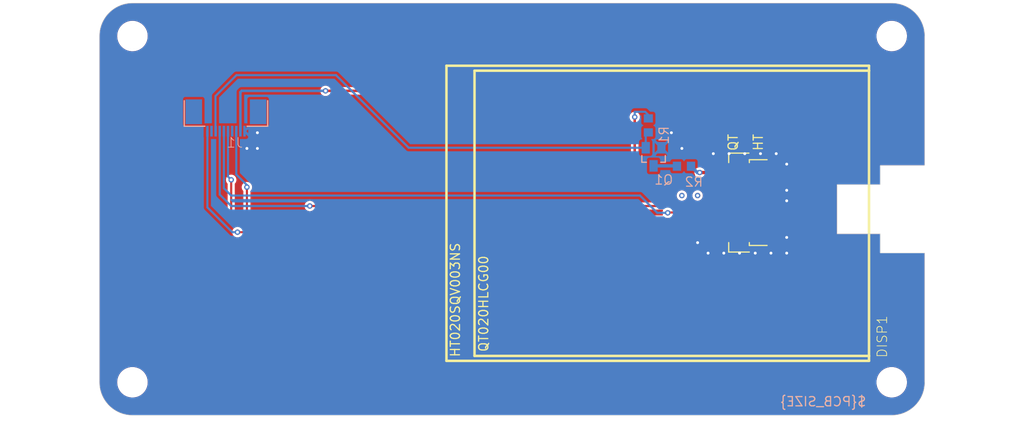
<source format=kicad_pcb>
(kicad_pcb (version 20221018) (generator pcbnew)
  (layers (0 "F.Cu" signal) (31 "B.Cu" signal) (34 "B.Paste" user) (35 "F.Paste" user) (36 "B.SilkS" user "B.Silkscreen") (37 "F.SilkS" user "F.Silkscreen") (38 "B.Mask" user) (39 "F.Mask" user) (44 "Edge.Cuts" user))
  (net 0 "")
  (net 1 "GND")
  (net 2 "LED-K")
  (net 3 "+3V3")
  (net 4 "DISPLAY_CS")
  (net 5 "DISPLAY_D/P")
  (net 6 "DISPLAY_PWM")
  (net 7 "DISPLAY_AUX1")
  (net 8 "DISPLAY_SPI_MOSI")
  (net 9 "DISPLAY_SPI_CLOCK")
  (net 10 "N$2")
  (net 11 "DISPLAY_SPI_MISO")
  (net 12 "DISPLAY_RESET")
  (net 13 "N$8")
  (net 14 "N$9")
  (footprint "working:HT020SQV003NS_QT020HLCG00" (layer "F.Cu") (at 166.1491 105.5066 90)
    (fp_text reference "DISP1" (at -17.6 27.2 90) (layer "F.SilkS") (effects (font (size 1.176528 1.176528) (thickness 0.093472)) (justify left)))
    (fp_text value "DISP_TFT20_HT020SQV003NS_QT020HLCG00")
    (fp_text user "QT" (at 7.493 9.779 90) (layer "F.SilkS") (effects (font (size 1.1176 1.1176) (thickness 0.1524)) (justify left bottom)))
    (fp_text user "HT020SQV003NS" (at -17.526 -23.876 90) (layer "F.SilkS") (effects (font (size 1.1176 1.1176) (thickness 0.1524)) (justify left bottom)))
    (fp_text user "QT020HLCG00" (at -16.891 -20.447 90) (layer "F.SilkS") (effects (font (size 1.1176 1.1176) (thickness 0.1524)) (justify left bottom)))
    (fp_text user "HT" (at 7.493 12.827 90) (layer "F.SilkS") (effects (font (size 1.1176 1.1176) (thickness 0.1524)) (justify left bottom)))
    (fp_line (start -17.9 -25.6) (end 17.9 -25.6) (stroke (width 0.3048)) (layer "F.SilkS"))
    (fp_line (start -17.9 25.6) (end -17.9 -25.6) (stroke (width 0.3048)) (layer "F.SilkS"))
    (fp_line (start -17.3 -22.2) (end 17.3 -22.2) (stroke (width 0.3048)) (layer "F.SilkS"))
    (fp_line (start -17.3 25.6) (end -17.9 25.6) (stroke (width 0.3048)) (layer "F.SilkS"))
    (fp_line (start -17.3 25.6) (end -17.3 -22.2) (stroke (width 0.3048)) (layer "F.SilkS"))
    (fp_line (start -4.7 8.6) (end -3.552 8.6) (stroke (width 0.1524)) (layer "F.SilkS"))
    (fp_line (start -4.7 11.1) (end -4.7 8.6) (stroke (width 0.1524)) (layer "F.SilkS"))
    (fp_line (start -3.9 11.1) (end -3.552 11.1) (stroke (width 0.1524)) (layer "F.SilkS"))
    (fp_line (start -3.9 13.252) (end -3.9 11.1) (stroke (width 0.1524)) (layer "F.SilkS"))
    (fp_line (start 6.5 11.1) (end 6.152 11.1) (stroke (width 0.1524)) (layer "F.SilkS"))
    (fp_line (start 6.5 13.252) (end 6.5 11.1) (stroke (width 0.1524)) (layer "F.SilkS"))
    (fp_line (start 7.3 8.6) (end 6.152 8.6) (stroke (width 0.1524)) (layer "F.SilkS"))
    (fp_line (start 7.3 11.052) (end 7.3 8.6) (stroke (width 0.1524)) (layer "F.SilkS"))
    (fp_line (start 17.3 -22.2) (end 17.3 25.6) (stroke (width 0.3048)) (layer "F.SilkS"))
    (fp_line (start 17.3 25.6) (end -17.3 25.6) (stroke (width 0.3048)) (layer "F.SilkS"))
    (fp_line (start 17.9 -25.6) (end 17.9 25.6) (stroke (width 0.3048)) (layer "F.SilkS"))
    (fp_line (start 17.9 25.6) (end 17.3 25.6) (stroke (width 0.3048)) (layer "F.SilkS"))
    (pad "P1" smd rect (at 5.7 10.25 90) (size 0.6 7.7) (layers "F.Cu" "F.Paste" "F.Mask") (net 1 "GND"))
    (pad "P2" smd rect (at 4.9 10.25 90) (size 0.6 7.7) (layers "F.Cu" "F.Paste" "F.Mask") (net 2 "LED-K"))
    (pad "P3" smd rect (at 4.1 10.25 90) (size 0.6 7.7) (layers "F.Cu" "F.Paste" "F.Mask") (net 3 "+3V3"))
    (pad "P4" smd rect (at 3.3 10.25 90) (size 0.6 7.7) (layers "F.Cu" "F.Paste" "F.Mask") (net 3 "+3V3"))
    (pad "P5" smd rect (at 2.5 10.25 90) (size 0.6 7.7) (layers "F.Cu" "F.Paste" "F.Mask") (net 1 "GND"))
    (pad "P6" smd rect (at 1.7 10.25 90) (size 0.6 7.7) (layers "F.Cu" "F.Paste" "F.Mask") (net 1 "GND"))
    (pad "P7" smd rect (at 0.9 10.25 90) (size 0.6 7.7) (layers "F.Cu" "F.Paste" "F.Mask") (net 5 "DISPLAY_D/P"))
    (pad "P8" smd rect (at 0.1 10.25 90) (size 0.6 7.7) (layers "F.Cu" "F.Paste" "F.Mask") (net 4 "DISPLAY_CS"))
    (pad "P9" smd rect (at -0.7 10.25 90) (size 0.6 7.7) (layers "F.Cu" "F.Paste" "F.Mask") (net 9 "DISPLAY_SPI_CLOCK"))
    (pad "P10" smd rect (at -1.5 10.25 90) (size 0.6 7.7) (layers "F.Cu" "F.Paste" "F.Mask") (net 8 "DISPLAY_SPI_MOSI"))
    (pad "P11" smd rect (at -2.3 10.25 90) (size 0.6 7.7) (layers "F.Cu" "F.Paste" "F.Mask") (net 12 "DISPLAY_RESET"))
    (pad "P12" smd rect (at -3.1 10.25 90) (size 0.6 7.7) (layers "F.Cu" "F.Paste" "F.Mask") (net 1 "GND"))
  )
  (footprint "" (layer "F.Cu") (at 194.5011 84.0036)
    (fp_text reference "@HOLE2" hide)
    (fp_text value "" (at 0 0) (layer "F.SilkS") (effects (font (size 1.27 1.27))))
    (pad "" np_thru_hole circle (at 0 0) (size 3.2 3.2) (drill 3.2) (layers "*.Cu" "*.Mask"))
  )
  (footprint "" (layer "F.Cu") (at 102.5011 84.0036)
    (fp_text reference "@HOLE3" hide)
    (fp_text value "" (at 0 0) (layer "F.SilkS") (effects (font (size 1.27 1.27))))
    (pad "" np_thru_hole circle (at 0 0) (size 3.2 3.2) (drill 3.2) (layers "*.Cu" "*.Mask"))
  )
  (footprint "working:DP_LOGO" (layer "F.Cu") (at 135.1661 129.7686)
    (fp_text reference "PAGE1" hide)
    (fp_text value "FRAME_DINA4_L" hide)
  )
  (footprint "" (layer "F.Cu") (at 102.5011 126.0036)
    (fp_text reference "@HOLE0" hide)
    (fp_text value "" (at 0 0) (layer "F.SilkS") (effects (font (size 1.27 1.27))))
    (pad "" np_thru_hole circle (at 0 0) (size 3.2 3.2) (drill 3.2) (layers "*.Cu" "*.Mask"))
  )
  (footprint "" (layer "F.Cu") (at 194.5011 126.0036)
    (fp_text reference "@HOLE1" hide)
    (fp_text value "" (at 0 0) (layer "F.SilkS") (effects (font (size 1.27 1.27))))
    (pad "" np_thru_hole circle (at 0 0) (size 3.2 3.2) (drill 3.2) (layers "*.Cu" "*.Mask"))
  )
  (footprint "working:SOT-23" (layer "B.Cu") (at 165.6461 98.6536)
    (fp_text reference "Q1" (at 0 2.794) (layer "B.SilkS") (effects (font (size 1.13284 1.13284) (thickness 0.13716)) (justify right mirror)))
    (fp_text value "MMBF170")
    (fp_line (start -1.4224 -0.1524) (end -1.4224 0.6604) (stroke (width 0.1524)) (layer "B.SilkS"))
    (fp_line (start -1.4224 0.6604) (end -0.8636 0.6604) (stroke (width 0.1524)) (layer "B.SilkS"))
    (fp_line (start 0.8636 0.6604) (end 1.4224 0.6604) (stroke (width 0.1524)) (layer "B.SilkS"))
    (fp_line (start 1.4224 0.6604) (end 1.4224 -0.1524) (stroke (width 0.1524)) (layer "B.SilkS"))
    (pad "1" smd rect (at -0.95 -1.1) (size 1 1.4) (layers "B.Cu" "B.Paste" "B.Mask") (net 6 "DISPLAY_PWM"))
    (pad "2" smd rect (at 0.95 -1.1) (size 1 1.4) (layers "B.Cu" "B.Paste" "B.Mask") (net 1 "GND"))
    (pad "3" smd rect (at 0 1.1) (size 1 1.4) (layers "B.Cu" "B.Paste" "B.Mask") (net 10 "N$2"))
  )
  (footprint "working:X05B20L10T" (layer "B.Cu") (at 113.8301 93.1926)
    (fp_text reference "J1" (at 0 3.75) (layer "B.SilkS") (effects (font (size 1.176528 1.176528) (thickness 0.093472)) (justify right mirror)))
    (fp_text value "CON-FPC_X05B20L10T")
    (fp_line (start -5.0524 -1.3476) (end -5.0524 1.7524) (stroke (width 0.1524)) (layer "B.SilkS"))
    (fp_line (start -5.0524 1.7524) (end -2.5524 1.7524) (stroke (width 0.1524)) (layer "B.SilkS"))
    (fp_line (start 2.5524 1.7524) (end 5.0524 1.7524) (stroke (width 0.1524)) (layer "B.SilkS"))
    (fp_line (start 5.0524 1.7524) (end 5.0524 -1.3476) (stroke (width 0.1524)) (layer "B.SilkS"))
    (pad "1" smd rect (at 2.25 2.35) (size 0.3 1.3) (layers "B.Cu" "B.Paste" "B.Mask") (net 1 "GND"))
    (pad "2" smd rect (at 1.75 2.35) (size 0.3 1.3) (layers "B.Cu" "B.Paste" "B.Mask") (net 3 "+3V3"))
    (pad "3" smd rect (at 1.25 2.35) (size 0.3 1.3) (layers "B.Cu" "B.Paste" "B.Mask") (net 9 "DISPLAY_SPI_CLOCK"))
    (pad "4" smd rect (at 0.75 2.35) (size 0.3 1.3) (layers "B.Cu" "B.Paste" "B.Mask") (net 11 "DISPLAY_SPI_MISO"))
    (pad "5" smd rect (at 0.25 2.35) (size 0.3 1.3) (layers "B.Cu" "B.Paste" "B.Mask") (net 8 "DISPLAY_SPI_MOSI"))
    (pad "6" smd rect (at -0.25 2.35) (size 0.3 1.3) (layers "B.Cu" "B.Paste" "B.Mask") (net 4 "DISPLAY_CS"))
    (pad "7" smd rect (at -0.75 2.35) (size 0.3 1.3) (layers "B.Cu" "B.Paste" "B.Mask") (net 5 "DISPLAY_D/P"))
    (pad "8" smd rect (at -1.25 2.35) (size 0.3 1.3) (layers "B.Cu" "B.Paste" "B.Mask") (net 6 "DISPLAY_PWM"))
    (pad "9" smd rect (at -1.75 2.35) (size 0.3 1.3) (layers "B.Cu" "B.Paste" "B.Mask") (net 7 "DISPLAY_AUX1"))
    (pad "10" smd rect (at -2.25 2.35) (size 0.3 1.3) (layers "B.Cu" "B.Paste" "B.Mask") (net 12 "DISPLAY_RESET"))
    (pad "11" smd rect (at -3.9 0) (size 2 3) (layers "B.Cu" "B.Paste" "B.Mask"))
    (pad "12" smd rect (at 3.9 0) (size 2 3) (layers "B.Cu" "B.Paste" "B.Mask"))
  )
  (footprint "working:R0603" (layer "B.Cu") (at 169.3291 99.7966)
    (fp_text reference "R2" (at 0 1.905) (layer "B.SilkS") (effects (font (size 1.129792 1.129792) (thickness 0.140208)) (justify right mirror)))
    (fp_text value "10R")
    (pad "1" smd rect (at -0.85 0) (size 1 1.1) (layers "B.Cu" "B.Paste" "B.Mask") (net 10 "N$2"))
    (pad "2" smd rect (at 0.85 0) (size 1 1.1) (layers "B.Cu" "B.Paste" "B.Mask") (net 2 "LED-K"))
  )
  (footprint "working:R0603" (layer "B.Cu") (at 165.0111 94.8436 90)
    (fp_text reference "R1" (at 0 1.905 90) (layer "B.SilkS") (effects (font (size 1.129792 1.129792) (thickness 0.140208)) (justify left mirror)))
    (fp_text value "10K")
    (pad "1" smd rect (at -0.85 0 90) (size 1 1.1) (layers "B.Cu" "B.Paste" "B.Mask") (net 6 "DISPLAY_PWM"))
    (pad "2" smd rect (at 0.85 0 90) (size 1 1.1) (layers "B.Cu" "B.Paste" "B.Mask") (net 3 "+3V3"))
  )
  (gr_line (start 98.5011 84.0036) (end 98.5011 126.0036) (stroke (width 0.05)) (layer "Edge.Cuts"))
  (gr_line (start 198.4911 99.6986) (end 193.1111 99.6986) (stroke (width 0.05)) (layer "Edge.Cuts"))
  (gr_line (start 193.1111 99.6986) (end 193.1111 102.0286) (stroke (width 0.05)) (layer "Edge.Cuts"))
  (gr_arc (start 102.5011 130.0036) (mid 99.672673 128.832027) (end 98.5011 126.0036) (stroke (width 0.05)) (layer "Edge.Cuts"))
  (gr_arc (start 194.5011 80.0036) (mid 197.329527 81.175173) (end 198.5011 84.0036) (stroke (width 0.05)) (layer "Edge.Cuts"))
  (gr_line (start 102.5011 130.0036) (end 194.5011 130.0036) (stroke (width 0.05)) (layer "Edge.Cuts"))
  (gr_line (start 198.4911 110.3186) (end 198.4911 126.0086) (stroke (width 0.05)) (layer "Edge.Cuts"))
  (gr_line (start 193.1111 107.9886) (end 193.1111 110.3186) (stroke (width 0.05)) (layer "Edge.Cuts"))
  (gr_line (start 193.1111 110.3186) (end 198.4911 110.3186) (stroke (width 0.05)) (layer "Edge.Cuts"))
  (gr_arc (start 198.5011 126.0036) (mid 197.329527 128.832027) (end 194.5011 130.0036) (stroke (width 0.05)) (layer "Edge.Cuts"))
  (gr_line (start 187.8811 102.0286) (end 187.8811 107.9886) (stroke (width 0.05)) (layer "Edge.Cuts"))
  (gr_line (start 187.8811 107.9886) (end 193.1111 107.9886) (stroke (width 0.05)) (layer "Edge.Cuts"))
  (gr_line (start 198.4911 84.0086) (end 198.4911 99.6986) (stroke (width 0.05)) (layer "Edge.Cuts"))
  (gr_line (start 194.5011 80.0036) (end 102.5011 80.0036) (stroke (width 0.05)) (layer "Edge.Cuts"))
  (gr_arc (start 98.5011 84.0036) (mid 99.672673 81.175173) (end 102.5011 80.0036) (stroke (width 0.05)) (layer "Edge.Cuts"))
  (gr_line (start 193.1111 102.0286) (end 187.8811 102.0286) (stroke (width 0.05)) (layer "Edge.Cuts"))
  (gr_text "${PCB_SIZE}" (at 191.5011 129.0036) (layer "B.SilkS") (effects (font (size 1.1176 1.1176) (thickness 0.1524)) (justify left bottom mirror)))
  (via (at 117.6401 97.6376) (size 0.6548) (drill 0.35) (layers "F.Cu" "B.Cu") (net 1))
  (via (at 176.0601 110.3376) (size 0.6548) (drill 0.35) (layers "F.Cu" "B.Cu") (net 1))
  (via (at 181.7751 99.5426) (size 0.6548) (drill 0.35) (layers "F.Cu" "B.Cu") (net 1))
  (via (at 172.2501 110.3376) (size 0.6548) (drill 0.35) (layers "F.Cu" "B.Cu") (net 1))
  (via (at 180.5051 98.2726) (size 0.6548) (drill 0.35) (layers "F.Cu" "B.Cu") (net 1))
  (via (at 181.7751 108.4326) (size 0.6548) (drill 0.35) (layers "F.Cu" "B.Cu") (net 1))
  (via (at 174.1551 110.3376) (size 0.6548) (drill 0.35) (layers "F.Cu" "B.Cu") (net 1))
  (via (at 179.8701 110.3376) (size 0.6548) (drill 0.35) (layers "F.Cu" "B.Cu") (net 1))
  (via (at 178.6001 98.2726) (size 0.6548) (drill 0.35) (layers "F.Cu" "B.Cu") (net 1))
  (via (at 181.7751 103.9876) (size 0.6548) (drill 0.35) (layers "F.Cu" "B.Cu") (net 1))
  (via (at 170.9801 109.0676) (size 0.6548) (drill 0.35) (layers "F.Cu" "B.Cu") (net 1))
  (via (at 172.8851 98.2726) (size 0.6548) (drill 0.35) (layers "F.Cu" "B.Cu") (net 1))
  (via (at 116.3701 97.6376) (size 0.6548) (drill 0.35) (layers "F.Cu" "B.Cu") (net 1))
  (via (at 177.9651 110.3376) (size 0.6548) (drill 0.35) (layers "F.Cu" "B.Cu") (net 1))
  (via (at 181.7751 102.7176) (size 0.6548) (drill 0.35) (layers "F.Cu" "B.Cu") (net 1))
  (via (at 174.7901 98.2726) (size 0.6548) (drill 0.35) (layers "F.Cu" "B.Cu") (net 1))
  (via (at 117.6401 95.7326) (size 0.6548) (drill 0.35) (layers "F.Cu" "B.Cu") (net 1))
  (via (at 167.8051 95.7326) (size 0.6548) (drill 0.35) (layers "F.Cu" "B.Cu") (net 1))
  (via (at 169.0751 97.6376) (size 0.6548) (drill 0.35) (layers "F.Cu" "B.Cu") (net 1))
  (via (at 181.7751 110.3376) (size 0.6548) (drill 0.35) (layers "F.Cu" "B.Cu") (net 1))
  (via (at 176.6951 98.2726) (size 0.6548) (drill 0.35) (layers "F.Cu" "B.Cu") (net 1))
  (segment (start 176.3511 100.5586) (end 176.3991 100.6066) (width 0.4064) (layer "F.Cu") (net 2))
  (segment (start 171.2341 100.5586) (end 176.3511 100.5586) (width 0.4064) (layer "F.Cu") (net 2))
  (via (at 171.2341 100.5586) (size 0.6548) (drill 0.35) (layers "F.Cu" "B.Cu") (net 2))
  (segment (start 170.9411 100.5586) (end 171.2341 100.5586) (width 0.4064) (layer "B.Cu") (net 2))
  (segment (start 170.1791 99.7966) (end 170.9411 100.5586) (width 0.4064) (layer "B.Cu") (net 2))
  (segment (start 169.8341 102.2066) (end 169.7101 102.0826) (width 0.3048) (layer "F.Cu") (net 3))
  (segment (start 169.7101 102.0826) (end 169.7101 101.4476) (width 0.3048) (layer "F.Cu") (net 3))
  (segment (start 176.3991 102.2066) (end 169.8341 102.2066) (width 0.3048) (layer "F.Cu") (net 3))
  (segment (start 162.0901 92.5576) (end 162.0901 94.4626) (width 0.3048) (layer "F.Cu") (net 3))
  (segment (start 125.8951 90.6526) (end 160.1851 90.6526) (width 0.3048) (layer "F.Cu") (net 3))
  (segment (start 160.1851 90.6526) (end 162.0901 92.5576) (width 0.3048) (layer "F.Cu") (net 3))
  (segment (start 176.3581 101.4476) (end 176.3991 101.4066) (width 0.254) (layer "F.Cu") (net 3))
  (segment (start 163.3601 101.4476) (end 169.7101 101.4476) (width 0.3048) (layer "F.Cu") (net 3))
  (segment (start 163.3601 95.0976) (end 163.3601 101.4476) (width 0.3048) (layer "F.Cu") (net 3))
  (segment (start 162.0901 94.4626) (end 162.7251 95.0976) (width 0.3048) (layer "F.Cu") (net 3))
  (segment (start 169.7101 101.4476) (end 176.3581 101.4476) (width 0.3048) (layer "F.Cu") (net 3))
  (segment (start 163.3601 93.8276) (end 163.3601 95.0976) (width 0.3048) (layer "F.Cu") (net 3))
  (segment (start 162.7251 95.0976) (end 163.3601 95.0976) (width 0.3048) (layer "F.Cu") (net 3))
  (via (at 125.8951 90.6526) (size 0.6548) (drill 0.35) (layers "F.Cu" "B.Cu") (net 3))
  (via (at 163.3601 93.8276) (size 0.6548) (drill 0.35) (layers "F.Cu" "B.Cu") (net 3))
  (segment (start 164.6301 93.1926) (end 163.3601 93.1926) (width 0.254) (layer "B.Cu") (net 3))
  (segment (start 165.0111 93.5736) (end 164.6301 93.1926) (width 0.254) (layer "B.Cu") (net 3))
  (segment (start 115.5801 90.8076) (end 115.7351 90.6526) (width 0.3048) (layer "B.Cu") (net 3))
  (segment (start 163.3601 93.1926) (end 163.3601 93.8276) (width 0.254) (layer "B.Cu") (net 3))
  (segment (start 115.7351 90.6526) (end 125.8951 90.6526) (width 0.3048) (layer "B.Cu") (net 3))
  (segment (start 115.5801 95.5426) (end 115.5801 90.8076) (width 0.3048) (layer "B.Cu") (net 3))
  (segment (start 165.0111 93.9936) (end 165.0111 93.5736) (width 0.254) (layer "B.Cu") (net 3))
  (segment (start 176.3991 105.4066) (end 167.4461 105.4066) (width 0.254) (layer "F.Cu") (net 4))
  (segment (start 167.4241 105.3846) (end 167.3606 105.4481) (width 0.254) (layer "F.Cu") (net 4))
  (segment (start 167.4461 105.4066) (end 167.4241 105.3846) (width 0.254) (layer "F.Cu") (net 4))
  (via (at 167.3606 105.4481) (size 0.6548) (drill 0.35) (layers "F.Cu" "B.Cu") (net 4))
  (segment (start 163.9951 103.3526) (end 164.6301 103.9876) (width 0.254) (layer "B.Cu") (net 4))
  (segment (start 114.4651 103.3526) (end 163.9951 103.3526) (width 0.254) (layer "B.Cu") (net 4))
  (segment (start 113.5801 95.5426) (end 113.5801 102.4676) (width 0.254) (layer "B.Cu") (net 4))
  (segment (start 166.0906 105.4481) (end 164.6301 103.9876) (width 0.254) (layer "B.Cu") (net 4))
  (segment (start 167.3606 105.4481) (end 166.0906 105.4481) (width 0.254) (layer "B.Cu") (net 4))
  (segment (start 113.5801 102.4676) (end 114.4651 103.3526) (width 0.254) (layer "B.Cu") (net 4))
  (segment (start 176.3831 104.6226) (end 176.3991 104.6066) (width 0.254) (layer "F.Cu") (net 5))
  (segment (start 123.9901 104.6226) (end 176.3831 104.6226) (width 0.254) (layer "F.Cu") (net 5))
  (via (at 123.9901 104.6226) (size 0.6548) (drill 0.35) (layers "F.Cu" "B.Cu") (net 5))
  (segment (start 114.4651 104.6226) (end 123.9901 104.6226) (width 0.254) (layer "B.Cu") (net 5))
  (segment (start 113.0801 103.2376) (end 114.4651 104.6226) (width 0.254) (layer "B.Cu") (net 5))
  (segment (start 113.0801 95.5426) (end 113.0801 103.2376) (width 0.254) (layer "B.Cu") (net 5))
  (segment (start 164.6961 97.5536) (end 135.9711 97.5536) (width 0.254) (layer "B.Cu") (net 6))
  (segment (start 127.1651 88.7476) (end 115.1001 88.7476) (width 0.254) (layer "B.Cu") (net 6))
  (segment (start 115.1001 88.7476) (end 112.5601 91.2876) (width 0.254) (layer "B.Cu") (net 6))
  (segment (start 112.5601 95.5226) (end 112.5801 95.5426) (width 0.254) (layer "B.Cu") (net 6))
  (segment (start 164.6961 96.0086) (end 164.6961 97.5536) (width 0.254) (layer "B.Cu") (net 6))
  (segment (start 135.9711 97.5536) (end 127.1651 88.7476) (width 0.254) (layer "B.Cu") (net 6))
  (segment (start 112.5601 91.2876) (end 112.5601 95.5226) (width 0.254) (layer "B.Cu") (net 6))
  (segment (start 165.0111 95.6936) (end 164.6961 96.0086) (width 0.254) (layer "B.Cu") (net 6))
  (segment (start 114.4651 105.8926) (end 114.4651 101.4476) (width 0.254) (layer "F.Cu") (net 8))
  (segment (start 176.3991 107.0066) (end 115.5791 107.0066) (width 0.254) (layer "F.Cu") (net 8))
  (segment (start 115.5791 107.0066) (end 114.4651 105.8926) (width 0.254) (layer "F.Cu") (net 8))
  (via (at 114.4651 101.4476) (size 0.6548) (drill 0.35) (layers "F.Cu" "B.Cu") (net 8))
  (segment (start 114.0801 101.0626) (end 114.0801 95.5426) (width 0.254) (layer "B.Cu") (net 8))
  (segment (start 114.4651 101.4476) (end 114.0801 101.0626) (width 0.254) (layer "B.Cu") (net 8))
  (segment (start 116.6841 106.2066) (end 116.3701 105.8926) (width 0.254) (layer "F.Cu") (net 9))
  (segment (start 176.3991 106.2066) (end 116.6841 106.2066) (width 0.254) (layer "F.Cu") (net 9))
  (segment (start 116.3701 105.8926) (end 116.3701 102.3366) (width 0.254) (layer "F.Cu") (net 9))
  (via (at 116.3701 102.3366) (size 0.6548) (drill 0.35) (layers "F.Cu" "B.Cu") (net 9))
  (segment (start 115.0801 95.5426) (end 115.0801 100.7926) (width 0.254) (layer "B.Cu") (net 9))
  (segment (start 115.0801 100.7926) (end 116.3701 102.0826) (width 0.254) (layer "B.Cu") (net 9))
  (segment (start 116.3701 102.0826) (end 116.3701 102.3366) (width 0.254) (layer "B.Cu") (net 9))
  (segment (start 165.6461 99.7536) (end 168.0961 99.7536) (width 0.4064) (layer "B.Cu") (net 10))
  (segment (start 168.0961 99.7536) (end 168.3091 99.9666) (width 0.4064) (layer "B.Cu") (net 10))
  (segment (start 168.3091 99.9666) (end 168.4791 99.7966) (width 0.4064) (layer "B.Cu") (net 10))
  (segment (start 115.2271 107.7976) (end 176.3901 107.7976) (width 0.254) (layer "F.Cu") (net 12))
  (segment (start 176.3901 107.7976) (end 176.3991 107.8066) (width 0.254) (layer "F.Cu") (net 12))
  (via (at 115.2271 107.7976) (size 0.6548) (drill 0.35) (layers "F.Cu" "B.Cu") (net 12))
  (segment (start 114.5921 107.7976) (end 115.2271 107.7976) (width 0.254) (layer "B.Cu") (net 12))
  (segment (start 111.5801 104.7856) (end 114.5921 107.7976) (width 0.254) (layer "B.Cu") (net 12))
  (segment (start 111.5801 95.5426) (end 111.5801 104.7856) (width 0.254) (layer "B.Cu") (net 12))
  (via (at 170.9801 103.3526) (size 0.6548) (drill 0.35) (layers "F.Cu" "B.Cu") (net 13))
  (via (at 169.0751 103.3526) (size 0.6548) (drill 0.35) (layers "F.Cu" "B.Cu") (net 14))
  (zone (net 1) (net_name "GND") (layer "F.Cu") (connect_pads (clearance 0.3048)) (min_thickness 0.127) (fill yes (thermal_gap 0.304) (thermal_bridge_width 0.304))
    (polygon (pts (xy 198.6181 130.3856) (xy 98.0541 130.3856) (xy 98.0541 79.6316) (xy 198.6181 79.6316)))
  )
  (zone (net 1) (net_name "GND") (layer "B.Cu") (connect_pads (clearance 0.3048)) (min_thickness 0.127) (fill yes (thermal_gap 0.304) (thermal_bridge_width 0.304))
    (polygon (pts (xy 198.6181 130.3856) (xy 98.0541 130.3856) (xy 98.0541 79.6316) (xy 198.6181 79.6316)))
  )
)
</source>
